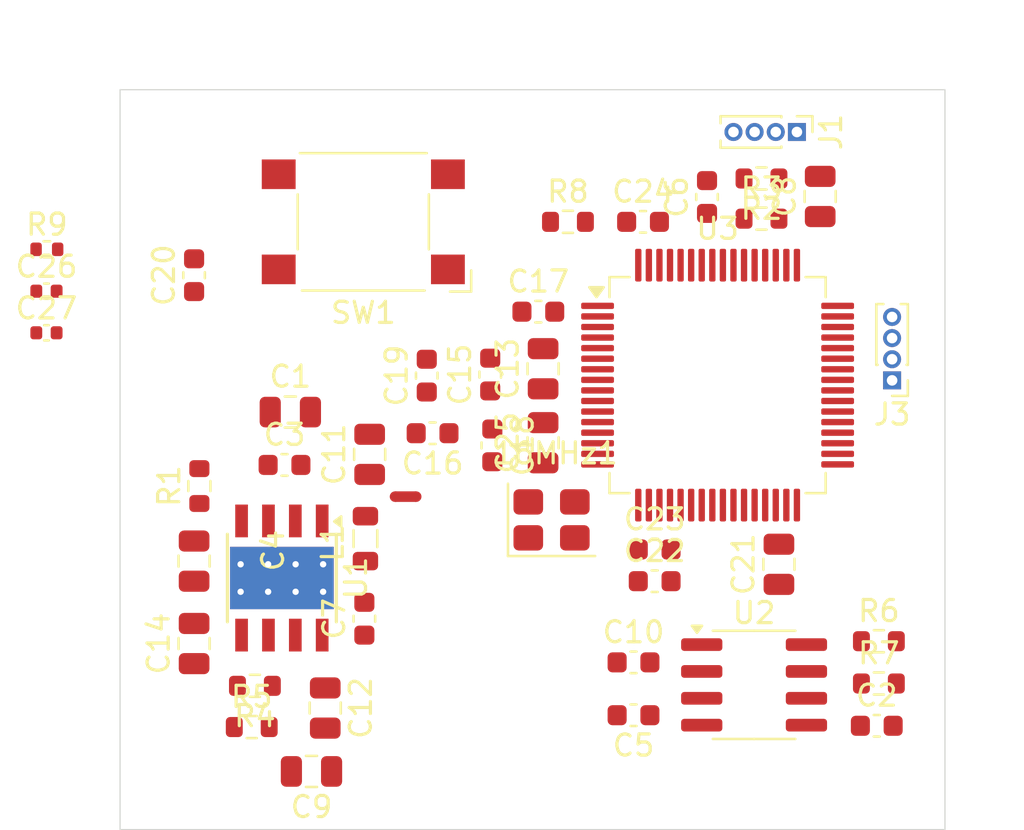
<source format=kicad_pcb>
(kicad_pcb (version 20241229) (generator "pcbnew") (generator_version "9.0")
  (layers (0 "F.Cu" signal) (4 "In1.Cu" power) (6 "In2.Cu" power) (2 "B.Cu" signal) (13 "F.Paste" user) (15 "B.Paste" user) (5 "F.SilkS" user "F.Silkscreen") (7 "B.SilkS" user "B.Silkscreen") (1 "F.Mask" user) (3 "B.Mask" user) (25 "Edge.Cuts" user))
  (net 0 "")
  (net 1 "Net-(U1-VCC)")
  (net 2 "GND")
  (net 3 "PG")
  (net 4 "Net-(U1-BOOT)")
  (net 5 "Net-(U1-SW)")
  (net 6 "+12V")
  (net 7 "Net-(U1-FB)")
  (net 8 "+3.3VA")
  (net 10 "USART1_TX")
  (net 11 "Net-(U3-NRST)")
  (net 14 "CAN1_TX")
  (net 24 "+3.3V")
  (net 26 "SCL")
  (net 32 "SDA")
  (net 34 "Net-(U3-VCAP_1)")
  (net 36 "CAN1_RX")
  (net 40 "Net-(U3-PH1)")
  (net 53 "Net-(U3-PH0)")
  (net 61 "USART1_RX")
  (net 63 "Net-(U2-SHDN)")
  (net 64 "Net-(C10-Pad1)")
  (net 65 "CANH")
  (net 66 "CANL")
  (net 67 "Net-(C26-Pad1)")
  (net 68 "/OSC_IN")
  (net 69 "/OSC_OUT")
  (footprint "Capacitor_SMD:C_0603_1608Metric" (layer "F.Cu") (at 210.775 90)
    (property "Reference" "C17" (at 0 -1.43 0) (layer "F.SilkS"))
    (property "Value" "20pF")
    (fp_line (start -0.14058 -0.51) (end 0.14058 -0.51) (stroke (width 0.12)) (layer "F.SilkS"))
    (fp_line (start -0.14058 0.51) (end 0.14058 0.51) (stroke (width 0.12)) (layer "F.SilkS"))
    (pad "1" smd roundrect (at -0.775 0) (size 0.9 0.95) (layers "F.Cu" "F.Mask" "F.Paste") (net 2 "GND"))
    (pad "2" smd roundrect (at 0.775 0) (size 0.9 0.95) (layers "F.Cu" "F.Mask" "F.Paste") (net 53 "Net-(U3-PH0)"))
  )
  (footprint "Resistor_SMD:R_0603_1608Metric" (layer "F.Cu") (at 221.325 83.7 180)
    (property "Reference" "R2" (at 0 -1.43 0) (layer "F.SilkS"))
    (property "Value" "4.7K")
    (fp_line (start -0.237258 0.5225) (end 0.237258 0.5225) (stroke (width 0.12)) (layer "F.SilkS"))
    (fp_line (start -0.237258 -0.5225) (end 0.237258 -0.5225) (stroke (width 0.12)) (layer "F.SilkS"))
    (pad "1" smd roundrect (at -0.825 0 180) (size 0.8 0.95) (layers "F.Cu" "F.Mask" "F.Paste") (net 26 "SCL"))
    (pad "2" smd roundrect (at 0.825 0 180) (size 0.8 0.95) (layers "F.Cu" "F.Mask" "F.Paste") (net 24 "+3.3V"))
  )
  (footprint "Crystal:Crystal_SMD_3225-4Pin_3.2x2.5mm" (layer "F.Cu") (at 211.4 99.85)
    (property "Reference" "16MHz1" (at 0.195 -3.15 0) (layer "F.SilkS"))
    (property "Value" "XTAL")
    (fp_line (start -2.06 -1.71) (end -2.06 1.71) (stroke (width 0.12)) (layer "F.SilkS"))
    (fp_line (start -2.06 1.71) (end 2.06 1.71) (stroke (width 0.12)) (layer "F.SilkS"))
    (pad "1" smd roundrect (at -1.1 0.85) (size 1.4 1.2) (layers "F.Cu" "F.Mask" "F.Paste") (roundrect_rratio 0.208333) (net 40 "Net-(U3-PH1)"))
    (pad "2" smd roundrect (at 1.1 0.85) (size 1.4 1.2) (layers "F.Cu" "F.Mask" "F.Paste") (roundrect_rratio 0.208333) (net 53 "Net-(U3-PH0)"))
    (pad "3" smd roundrect (at 1.1 -0.85) (size 1.4 1.2) (layers "F.Cu" "F.Mask" "F.Paste") (roundrect_rratio 0.208333))
    (pad "4" smd roundrect (at -1.1 -0.85) (size 1.4 1.2) (layers "F.Cu" "F.Mask" "F.Paste") (roundrect_rratio 0.208333))
  )
  (footprint "Resistor_SMD:R_0603_1608Metric" (layer "F.Cu") (at 197.225 109.65)
    (property "Reference" "R5" (at 0 -1.43 0) (layer "F.SilkS"))
    (property "Value" "43.3k")
    (fp_line (start -0.237258 -0.5225) (end 0.237258 -0.5225) (stroke (width 0.12)) (layer "F.SilkS"))
    (fp_line (start -0.237258 0.5225) (end 0.237258 0.5225) (stroke (width 0.12)) (layer "F.SilkS"))
    (pad "1" smd roundrect (at -0.825 0) (size 0.8 0.95) (layers "F.Cu" "F.Mask" "F.Paste") (net 7 "Net-(U1-FB)"))
    (pad "2" smd roundrect (at 0.825 0) (size 0.8 0.95) (layers "F.Cu" "F.Mask" "F.Paste") (net 2 "GND"))
  )
  (footprint "Resistor_SMD:R_0603_1608Metric" (layer "F.Cu") (at 197.375 107.7 180)
    (property "Reference" "R4" (at 0 -1.43 0) (layer "F.SilkS"))
    (property "Value" "100k")
    (fp_line (start -0.237258 0.5225) (end 0.237258 0.5225) (stroke (width 0.12)) (layer "F.SilkS"))
    (fp_line (start -0.237258 -0.5225) (end 0.237258 -0.5225) (stroke (width 0.12)) (layer "F.SilkS"))
    (pad "1" smd roundrect (at -0.825 0 180) (size 0.8 0.95) (layers "F.Cu" "F.Mask" "F.Paste") (net 24 "+3.3V"))
    (pad "2" smd roundrect (at 0.825 0 180) (size 0.8 0.95) (layers "F.Cu" "F.Mask" "F.Paste") (net 7 "Net-(U1-FB)"))
  )
  (footprint "Capacitor_SMD:C_0805_2012Metric" (layer "F.Cu") (at 194.5 101.8 -90)
    (property "Reference" "C4" (at -0.5 -3.73 90) (layer "F.SilkS"))
    (property "Value" "1u")
    (fp_line (start -0.261252 0.735) (end 0.261252 0.735) (stroke (width 0.12)) (layer "F.SilkS"))
    (fp_line (start -0.261252 -0.735) (end 0.261252 -0.735) (stroke (width 0.12)) (layer "F.SilkS"))
    (pad "1" smd roundrect (at -0.95 0 270) (size 1 1.45) (layers "F.Cu" "F.Mask" "F.Paste") (net 1 "Net-(U1-VCC)"))
    (pad "2" smd roundrect (at 0.95 0 270) (size 1 1.45) (layers "F.Cu" "F.Mask" "F.Paste") (net 2 "GND"))
  )
  (footprint "Capacitor_SMD:C_0603_1608Metric" (layer "F.Cu") (at 202.55 104.525 90)
    (property "Reference" "C7" (at 0 -1.43 90) (layer "F.SilkS"))
    (property "Value" "0.1u")
    (fp_line (start -0.14058 -0.51) (end 0.14058 -0.51) (stroke (width 0.12)) (layer "F.SilkS"))
    (fp_line (start -0.14058 0.51) (end 0.14058 0.51) (stroke (width 0.12)) (layer "F.SilkS"))
    (pad "1" smd roundrect (at -0.775 0 90) (size 0.9 0.95) (layers "F.Cu" "F.Mask" "F.Paste") (net 4 "Net-(U1-BOOT)"))
    (pad "2" smd roundrect (at 0.775 0 90) (size 0.9 0.95) (layers "F.Cu" "F.Mask" "F.Paste") (net 5 "Net-(U1-SW)"))
  )
  (footprint "NetTie:NetTie-2_SMD_Pad0.5mm" (layer "F.Cu") (at 204.5 98.75)
    (property "Reference" "NT1" (hide yes))
    (property "Value" "NetTie_2" (hide yes))
    (fp_poly (pts (xy -0.5 -0.25) (xy 0.5 -0.25) (xy 0.5 0.25) (xy -0.5 0.25)) (fill yes) (layer "F.Cu"))
    (pad "1" smd circle (at -0.5 0) (size 0.5 0.5) (layers "F.Cu") (net 24 "+3.3V"))
    (pad "2" smd circle (at 0.5 0) (size 0.5 0.5) (layers "F.Cu") (net 8 "+3.3VA"))
  )
  (footprint "Resistor_SMD:R_0603_1608Metric" (layer "F.Cu") (at 194.75 98.25 90)
    (property "Reference" "R1" (at 0 -1.43 90) (layer "F.SilkS"))
    (property "Value" "100k")
    (fp_line (start -0.237258 -0.5225) (end 0.237258 -0.5225) (stroke (width 0.12)) (layer "F.SilkS"))
    (fp_line (start -0.237258 0.5225) (end 0.237258 0.5225) (stroke (width 0.12)) (layer "F.SilkS"))
    (pad "1" smd roundrect (at -0.825 0 90) (size 0.8 0.95) (layers "F.Cu" "F.Mask" "F.Paste") (net 1 "Net-(U1-VCC)"))
    (pad "2" smd roundrect (at 0.825 0 90) (size 0.8 0.95) (layers "F.Cu" "F.Mask" "F.Paste") (net 3 "PG"))
  )
  (footprint "Capacitor_SMD:C_0603_1608Metric" (layer "F.Cu") (at 215.725 85.75)
    (property "Reference" "C24" (at 0 -1.43 0) (layer "F.SilkS"))
    (property "Value" "10n")
    (fp_line (start -0.14058 -0.51) (end 0.14058 -0.51) (stroke (width 0.12)) (layer "F.SilkS"))
    (fp_line (start -0.14058 0.51) (end 0.14058 0.51) (stroke (width 0.12)) (layer "F.SilkS"))
    (pad "1" smd roundrect (at -0.775 0) (size 0.9 0.95) (layers "F.Cu" "F.Mask" "F.Paste") (net 24 "+3.3V"))
    (pad "2" smd roundrect (at 0.775 0) (size 0.9 0.95) (layers "F.Cu" "F.Mask" "F.Paste") (net 2 "GND"))
  )
  (footprint "Resistor_SMD:R_0603_1608Metric" (layer "F.Cu") (at 226.875 107.59)
    (property "Reference" "R7" (at 0 -1.43 0) (layer "F.SilkS"))
    (property "Value" "60R")
    (fp_line (start -0.237258 -0.5225) (end 0.237258 -0.5225) (stroke (width 0.12)) (layer "F.SilkS"))
    (fp_line (start -0.237258 0.5225) (end 0.237258 0.5225) (stroke (width 0.12)) (layer "F.SilkS"))
    (pad "1" smd roundrect (at -0.825 0) (size 0.8 0.95) (layers "F.Cu" "F.Mask" "F.Paste") (net 64 "Net-(C10-Pad1)"))
    (pad "2" smd roundrect (at 0.825 0) (size 0.8 0.95) (layers "F.Cu" "F.Mask" "F.Paste") (net 66 "CANL"))
  )
  (footprint "Package_SO:SOIC-8_3.9x4.9mm_P1.27mm" (layer "F.Cu") (at 220.975 107.655)
    (property "Reference" "U2" (at 0 -3.4 0) (layer "F.SilkS"))
    (property "Value" "TCAN330")
    (fp_line (start 0 -2.56) (end -1.95 -2.56) (stroke (width 0.12)) (layer "F.SilkS"))
    (fp_line (start 0 -2.56) (end 1.95 -2.56) (stroke (width 0.12)) (layer "F.SilkS"))
    (fp_line (start 0 2.56) (end -1.95 2.56) (stroke (width 0.12)) (layer "F.SilkS"))
    (fp_line (start 0 2.56) (end 1.95 2.56) (stroke (width 0.12)) (layer "F.SilkS"))
    (fp_poly (pts (xy -2.7 -2.465) (xy -2.94 -2.795) (xy -2.46 -2.795)) (stroke (width 0.12)) (fill yes) (layer "F.SilkS"))
    (pad "1" smd roundrect (at -2.475 -1.905) (size 1.95 0.6) (layers "F.Cu" "F.Mask" "F.Paste") (net 14 "CAN1_TX"))
    (pad "2" smd roundrect (at -2.475 -0.635) (size 1.95 0.6) (layers "F.Cu" "F.Mask" "F.Paste") (net 2 "GND"))
    (pad "3" smd roundrect (at -2.475 0.635) (size 1.95 0.6) (layers "F.Cu" "F.Mask" "F.Paste") (net 24 "+3.3V"))
    (pad "4" smd roundrect (at -2.475 1.905) (size 1.95 0.6) (layers "F.Cu" "F.Mask" "F.Paste") (net 36 "CAN1_RX"))
    (pad "5" smd roundrect (at 2.475 1.905) (size 1.95 0.6) (layers "F.Cu" "F.Mask" "F.Paste") (net 63 "Net-(U2-SHDN)"))
    (pad "6" smd roundrect (at 2.475 0.635) (size 1.95 0.6) (layers "F.Cu" "F.Mask" "F.Paste") (net 66 "CANL"))
    (pad "7" smd roundrect (at 2.475 -0.635) (size 1.95 0.6) (layers "F.Cu" "F.Mask" "F.Paste") (net 65 "CANH"))
    (pad "8" smd roundrect (at 2.475 -1.905) (size 1.95 0.6) (layers "F.Cu" "F.Mask" "F.Paste") (net 2 "GND"))
  )
  (footprint "Resistor_SMD:R_0603_1608Metric" (layer "F.Cu") (at 226.875 105.59)
    (property "Reference" "R6" (at 0 -1.43 0) (layer "F.SilkS"))
    (property "Value" "60R")
    (fp_line (start -0.237258 -0.5225) (end 0.237258 -0.5225) (stroke (width 0.12)) (layer "F.SilkS"))
    (fp_line (start -0.237258 0.5225) (end 0.237258 0.5225) (stroke (width 0.12)) (layer "F.SilkS"))
    (pad "1" smd roundrect (at -0.825 0) (size 0.8 0.95) (layers "F.Cu" "F.Mask" "F.Paste") (net 65 "CANH"))
    (pad "2" smd roundrect (at 0.825 0) (size 0.8 0.95) (layers "F.Cu" "F.Mask" "F.Paste") (net 64 "Net-(C10-Pad1)"))
  )
  (footprint "Package_SO:Texas_HSOP-8-1EP_3.9x4.9mm_P1.27mm_ThermalVias" (layer "F.Cu") (at 198.65 102.6 -90)
    (property "Reference" "U1" (at 0 -3.5 90) (layer "F.SilkS"))
    (property "Value" "LMR33630BDDA")
    (fp_line (start -2.075 2.575) (end 2.075 2.575) (stroke (width 0.15)) (layer "F.SilkS"))
    (fp_line (start -2.075 -2.575) (end 2.075 -2.575) (stroke (width 0.15)) (layer "F.SilkS"))
    (fp_poly (pts (xy -2.675 -2.475) (xy -2.915 -2.805) (xy -2.435 -2.805) (xy -2.675 -2.475)) (stroke (width 0.12)) (fill yes) (layer "F.SilkS"))
    (pad "1" smd rect (at -2.7 -1.905 270) (size 1.55 0.6) (layers "F.Cu" "F.Mask" "F.Paste") (net 2 "GND"))
    (pad "2" smd rect (at -2.7 -0.635 270) (size 1.55 0.6) (layers "F.Cu" "F.Mask" "F.Paste") (net 6 "+12V"))
    (pad "3" smd rect (at -2.7 0.635 270) (size 1.55 0.6) (layers "F.Cu" "F.Mask" "F.Paste") (net 6 "+12V"))
    (pad "4" smd rect (at -2.7 1.905 270) (size 1.55 0.6) (layers "F.Cu" "F.Mask" "F.Paste") (net 3 "PG"))
    (pad "5" smd rect (at 2.7 1.905 270) (size 1.55 0.6) (layers "F.Cu" "F.Mask" "F.Paste") (net 7 "Net-(U1-FB)"))
    (pad "6" smd rect (at 2.7 0.635 270) (size 1.55 0.6) (layers "F.Cu" "F.Mask" "F.Paste") (net 1 "Net-(U1-VCC)"))
    (pad "7" smd rect (at 2.7 -0.635 270) (size 1.55 0.6) (layers "F.Cu" "F.Mask" "F.Paste") (net 4 "Net-(U1-BOOT)"))
    (pad "8" smd rect (at 2.7 -1.905 270) (size 1.55 0.6) (layers "F.Cu" "F.Mask" "F.Paste") (net 5 "Net-(U1-SW)"))
    (pad "9" thru_hole circle (at -0.65 -1.95 270) (size 0.6 0.6) (drill 0.3) (layers "*.Cu") (net 2 "GND"))
    (pad "9" thru_hole circle (at -0.65 -0.65 270) (size 0.6 0.6) (drill 0.3) (layers "*.Cu") (net 2 "GND"))
    (pad "9" thru_hole circle (at -0.65 0.65 270) (size 0.6 0.6) (drill 0.3) (layers "*.Cu") (net 2 "GND"))
    (pad "9" thru_hole circle (at -0.65 1.95 270) (size 0.6 0.6) (drill 0.3) (layers "*.Cu") (net 2 "GND"))
    (pad "9" smd rect (at 0 0 270) (size 2.95 4.9) (layers "F.Cu") (net 2 "GND"))
    (pad "9" smd rect (at 0 0 270) (size 2.95 4.9) (layers "B.Cu") (net 2 "GND"))
    (pad "9" thru_hole circle (at 0.65 -1.95 270) (size 0.6 0.6) (drill 0.3) (layers "*.Cu") (net 2 "GND"))
    (pad "9" thru_hole circle (at 0.65 -0.65 270) (size 0.6 0.6) (drill 0.3) (layers "*.Cu") (net 2 "GND"))
    (pad "9" thru_hole circle (at 0.65 0.65 270) (size 0.6 0.6) (drill 0.3) (layers "*.Cu") (net 2 "GND"))
    (pad "9" thru_hole circle (at 0.65 1.95 270) (size 0.6 0.6) (drill 0.3) (layers "*.Cu") (net 2 "GND"))
  )
  (footprint "Capacitor_SMD:C_0603_1608Metric" (layer "F.Cu") (at 226.775 109.59)
    (property "Reference" "C2" (at 0 -1.43 0) (layer "F.SilkS"))
    (property "Value" "100n")
    (fp_line (start -0.14058 -0.51) (end 0.14058 -0.51) (stroke (width 0.12)) (layer "F.SilkS"))
    (fp_line (start -0.14058 0.51) (end 0.14058 0.51) (stroke (width 0.12)) (layer "F.SilkS"))
    (pad "1" smd roundrect (at -0.775 0) (size 0.9 0.95) (layers "F.Cu" "F.Mask" "F.Paste") (net 63 "Net-(U2-SHDN)"))
    (pad "2" smd roundrect (at 0.775 0) (size 0.9 0.95) (layers "F.Cu" "F.Mask" "F.Paste") (net 2 "GND"))
  )
  (footprint "Capacitor_SMD:C_0603_1608Metric" (layer "F.Cu") (at 205.775 95.75 180)
    (property "Reference" "C16" (at 0 -1.43 0) (layer "F.SilkS"))
    (property "Value" "100n")
    (fp_line (start -0.14058 0.51) (end 0.14058 0.51) (stroke (width 0.12)) (layer "F.SilkS"))
    (fp_line (start -0.14058 -0.51) (end 0.14058 -0.51) (stroke (width 0.12)) (layer "F.SilkS"))
    (pad "1" smd roundrect (at -0.775 0 180) (size 0.9 0.95) (layers "F.Cu" "F.Mask" "F.Paste") (net 2 "GND"))
    (pad "2" smd roundrect (at 0.775 0 180) (size 0.9 0.95) (layers "F.Cu" "F.Mask" "F.Paste") (net 24 "+3.3V"))
  )
  (footprint "Resistor_SMD:R_0402_1005Metric" (layer "F.Cu") (at 187.54 87.05)
    (property "Reference" "R9" (at 0 -1.17 0) (layer "F.SilkS"))
    (property "Value" "1.3k")
    (fp_line (start -0.153641 -0.38) (end 0.153641 -0.38) (stroke (width 0.12)) (layer "F.SilkS"))
    (fp_line (start -0.153641 0.38) (end 0.153641 0.38) (stroke (width 0.12)) (layer "F.SilkS"))
    (pad "1" smd roundrect (at -0.51 0) (size 0.54 0.64) (layers "F.Cu" "F.Mask" "F.Paste") (net 69 "/OSC_OUT"))
    (pad "2" smd roundrect (at 0.51 0) (size 0.54 0.64) (layers "F.Cu" "F.Mask" "F.Paste") (net 67 "Net-(C26-Pad1)"))
  )
  (footprint "Capacitor_SMD:C_0805_2012Metric" (layer "F.Cu") (at 211 92.7 90)
    (property "Reference" "C13" (at 0 -1.68 90) (layer "F.SilkS"))
    (property "Value" "2u2")
    (fp_line (start -0.261252 -0.735) (end 0.261252 -0.735) (stroke (width 0.12)) (layer "F.SilkS"))
    (fp_line (start -0.261252 0.735) (end 0.261252 0.735) (stroke (width 0.12)) (layer "F.SilkS"))
    (pad "1" smd roundrect (at -0.95 0 90) (size 1 1.45) (layers "F.Cu" "F.Mask" "F.Paste") (net 2 "GND"))
    (pad "2" smd roundrect (at 0.95 0 90) (size 1 1.45) (layers "F.Cu" "F.Mask" "F.Paste") (net 24 "+3.3V"))
  )
  (footprint "Capacitor_SMD:C_0603_1608Metric" (layer "F.Cu") (at 205.5 93.025 90)
    (property "Reference" "C19" (at 0 -1.43 90) (layer "F.SilkS"))
    (property "Value" "100n")
    (fp_line (start -0.14058 -0.51) (end 0.14058 -0.51) (stroke (width 0.12)) (layer "F.SilkS"))
    (fp_line (start -0.14058 0.51) (end 0.14058 0.51) (stroke (width 0.12)) (layer "F.SilkS"))
    (pad "1" smd roundrect (at -0.775 0 90) (size 0.9 0.95) (layers "F.Cu" "F.Mask" "F.Paste") (net 2 "GND"))
    (pad "2" smd roundrect (at 0.775 0 90) (size 0.9 0.95) (layers "F.Cu" "F.Mask" "F.Paste") (net 24 "+3.3V"))
  )
  (footprint "Capacitor_SMD:C_0805_2012Metric" (layer "F.Cu") (at 194.5 105.7 90)
    (property "Reference" "C14" (at 0 -1.68 90) (layer "F.SilkS"))
    (property "Value" "22u")
    (fp_line (start -0.261252 -0.735) (end 0.261252 -0.735) (stroke (width 0.12)) (layer "F.SilkS"))
    (fp_line (start -0.261252 0.735) (end 0.261252 0.735) (stroke (width 0.12)) (layer "F.SilkS"))
    (pad "1" smd roundrect (at -0.95 0 90) (size 1 1.45) (layers "F.Cu" "F.Mask" "F.Paste") (net 24 "+3.3V"))
    (pad "2" smd roundrect (at 0.95 0 90) (size 1 1.45) (layers "F.Cu" "F.Mask" "F.Paste") (net 2 "GND"))
  )
  (footprint "Inductor_SMD:L_0805_2012Metric" (layer "F.Cu") (at 202.6 100.7375 90)
    (property "Reference" "L1" (at -0.205 -1.55 90) (layer "F.SilkS"))
    (property "Value" "2.2u")
    (fp_line (start -0.399622 -0.56) (end 0.399622 -0.56) (stroke (width 0.12)) (layer "F.SilkS"))
    (fp_line (start -0.399622 0.56) (end 0.399622 0.56) (stroke (width 0.12)) (layer "F.SilkS"))
    (pad "1" smd roundrect (at -1.0625 0 90) (size 0.875 1.2) (layers "F.Cu" "F.Mask" "F.Paste") (net 5 "Net-(U1-SW)"))
    (pad "2" smd roundrect (at 1.0625 0 90) (size 0.875 1.2) (layers "F.Cu" "F.Mask" "F.Paste") (net 24 "+3.3V"))
  )
  (footprint "Capacitor_SMD:C_0603_1608Metric" (layer "F.Cu") (at 218.75 84.575 90)
    (property "Reference" "C6" (at 0 -1.43 90) (layer "F.SilkS"))
    (property "Value" "100n")
    (fp_line (start -0.14058 -0.51) (end 0.14058 -0.51) (stroke (width 0.12)) (layer "F.SilkS"))
    (fp_line (start -0.14058 0.51) (end 0.14058 0.51) (stroke (width 0.12)) (layer "F.SilkS"))
    (pad "1" smd roundrect (at -0.775 0 90) (size 0.9 0.95) (layers "F.Cu" "F.Mask" "F.Paste") (net 24 "+3.3V"))
    (pad "2" smd roundrect (at 0.775 0 90) (size 0.9 0.95) (layers "F.Cu" "F.Mask" "F.Paste") (net 2 "GND"))
  )
  (footprint "Capacitor_SMD:C_0805_2012Metric" (layer "F.Cu") (at 211 96.2 90)
    (property "Reference" "C25" (at 0 -1.68 90) (layer "F.SilkS"))
    (property "Value" "1u")
    (fp_line (start -0.261252 -0.735) (end 0.261252 -0.735) (stroke (width 0.12)) (layer "F.SilkS"))
    (fp_line (start -0.261252 0.735) (end 0.261252 0.735) (stroke (width 0.12)) (layer "F.SilkS"))
    (pad "1" smd roundrect (at -0.95 0 90) (size 1 1.45) (layers "F.Cu" "F.Mask" "F.Paste") (net 8 "+3.3VA"))
    (pad "2" smd roundrect (at 0.95 0 90) (size 1 1.45) (layers "F.Cu" "F.Mask" "F.Paste") (net 2 "GND"))
  )
  (footprint "Button_Switch_SMD:SW_SPST_Omron_B3FS-100xP" (layer "F.Cu") (at 202.5 85.75 180)
    (property "Reference" "SW1" (at 0 -4.3 0) (layer "F.SilkS"))
    (property "Value" "SW_Push")
    (fp_line (start 3.1 -1.3) (end 3.1 1.3) (stroke (width 0.12)) (layer "F.SilkS"))
    (fp_line (start 3 3.25) (end -3 3.25) (stroke (width 0.12)) (layer "F.SilkS"))
    (fp_line (start 2.9 -3.25) (end -2.9 -3.25) (stroke (width 0.12)) (layer "F.SilkS"))
    (fp_line (start -3.1 -1.3) (end -3.1 1.3) (stroke (width 0.12)) (layer "F.SilkS"))
    (fp_line (start -5.1 -2.3) (end -5.1 -3.3) (stroke (width 0.12)) (layer "F.SilkS"))
    (fp_line (start -5.1 -3.3) (end -4.1 -3.3) (stroke (width 0.12)) (layer "F.SilkS"))
    (pad "1" smd rect (at -4 -2.25) (size 1.6 1.4) (layers "F.Cu" "F.Mask" "F.Paste") (net 2 "GND"))
    (pad "1" smd rect (at 4 -2.25) (size 1.6 1.4) (layers "F.Cu" "F.Mask" "F.Paste") (net 2 "GND"))
    (pad "2" smd rect (at -4 2.25) (size 1.6 1.4) (layers "F.Cu" "F.Mask" "F.Paste") (net 11 "Net-(U3-NRST)"))
    (pad "2" smd rect (at 4 2.25) (size 1.6 1.4) (layers "F.Cu" "F.Mask" "F.Paste") (net 11 "Net-(U3-NRST)"))
  )
  (footprint "Resistor_SMD:R_0603_1608Metric" (layer "F.Cu") (at 221.325 85.6)
    (property "Reference" "R3" (at 0 -1.43 0) (layer "F.SilkS"))
    (property "Value" "4.7K")
    (fp_line (start -0.237258 -0.5225) (end 0.237258 -0.5225) (stroke (width 0.12)) (layer "F.SilkS"))
    (fp_line (start -0.237258 0.5225) (end 0.237258 0.5225) (stroke (width 0.12)) (layer "F.SilkS"))
    (pad "1" smd roundrect (at -0.825 0) (size 0.8 0.95) (layers "F.Cu" "F.Mask" "F.Paste") (net 24 "+3.3V"))
    (pad "2" smd roundrect (at 0.825 0) (size 0.8 0.95) (layers "F.Cu" "F.Mask" "F.Paste") (net 32 "SDA"))
  )
  (footprint "Capacitor_SMD:C_0402_1005Metric" (layer "F.Cu") (at 187.52 91)
    (property "Reference" "C27" (at 0 -1.16 0) (layer "F.SilkS"))
    (property "Value" "4.7pF")
    (fp_line (start -0.107836 -0.36) (end 0.107836 -0.36) (stroke (width 0.12)) (layer "F.SilkS"))
    (fp_line (start -0.107836 0.36) (end 0.107836 0.36) (stroke (width 0.12)) (layer "F.SilkS"))
    (pad "1" smd roundrect (at -0.48 0) (size 0.56 0.62) (layers "F.Cu" "F.Mask" "F.Paste") (net 68 "/OSC_IN"))
    (pad "2" smd roundrect (at 0.48 0) (size 0.56 0.62) (layers "F.Cu" "F.Mask" "F.Paste") (net 2 "GND"))
  )
  (footprint "Capacitor_SMD:C_0603_1608Metric" (layer "F.Cu") (at 216.275 102.75)
    (property "Reference" "C22" (at 0 -1.43 0) (layer "F.SilkS"))
    (property "Value" "100n")
    (fp_line (start -0.14058 -0.51) (end 0.14058 -0.51) (stroke (width 0.12)) (layer "F.SilkS"))
    (fp_line (start -0.14058 0.51) (end 0.14058 0.51) (stroke (width 0.12)) (layer "F.SilkS"))
    (pad "1" smd roundrect (at -0.775 0) (size 0.9 0.95) (layers "F.Cu" "F.Mask" "F.Paste") (net 2 "GND"))
    (pad "2" smd roundrect (at 0.775 0) (size 0.9 0.95) (layers "F.Cu" "F.Mask" "F.Paste") (net 24 "+3.3V"))
  )
  (footprint "Capacitor_SMD:C_0805_2012Metric" (layer "F.Cu") (at 200.7 108.75 -90)
    (property "Reference" "C12" (at 0 -1.68 90) (layer "F.SilkS"))
    (property "Value" "22u")
    (fp_line (start -0.261252 0.735) (end 0.261252 0.735) (stroke (width 0.12)) (layer "F.SilkS"))
    (fp_line (start -0.261252 -0.735) (end 0.261252 -0.735) (stroke (width 0.12)) (layer "F.SilkS"))
    (pad "1" smd roundrect (at -0.95 0 270) (size 1 1.45) (layers "F.Cu" "F.Mask" "F.Paste") (net 24 "+3.3V"))
    (pad "2" smd roundrect (at 0.95 0 270) (size 1 1.45) (layers "F.Cu" "F.Mask" "F.Paste") (net 2 "GND"))
  )
  (footprint "Capacitor_SMD:C_0603_1608Metric" (layer "F.Cu") (at 198.775 97.25)
    (property "Reference" "C3" (at 0 -1.43 0) (layer "F.SilkS"))
    (property "Value" "220n")
    (fp_line (start -0.14058 -0.51) (end 0.14058 -0.51) (stroke (width 0.12)) (layer "F.SilkS"))
    (fp_line (start -0.14058 0.51) (end 0.14058 0.51) (stroke (width 0.12)) (layer "F.SilkS"))
    (pad "1" smd roundrect (at -0.775 0) (size 0.9 0.95) (layers "F.Cu" "F.Mask" "F.Paste") (net 6 "+12V"))
    (pad "2" smd roundrect (at 0.775 0) (size 0.9 0.95) (layers "F.Cu" "F.Mask" "F.Paste") (net 2 "GND"))
  )
  (footprint "Capacitor_SMD:C_0805_2012Metric" (layer "F.Cu") (at 199.05 94.75)
    (property "Reference" "C1" (at 0 -1.68 0) (layer "F.SilkS"))
    (property "Value" "10u")
    (fp_line (start -0.261252 -0.735) (end 0.261252 -0.735) (stroke (width 0.12)) (layer "F.SilkS"))
    (fp_line (start -0.261252 0.735) (end 0.261252 0.735) (stroke (width 0.12)) (layer "F.SilkS"))
    (pad "1" smd roundrect (at -0.95 0) (size 1 1.45) (layers "F.Cu" "F.Mask" "F.Paste") (net 6 "+12V"))
    (pad "2" smd roundrect (at 0.95 0) (size 1 1.45) (layers "F.Cu" "F.Mask" "F.Paste") (net 2 "GND"))
  )
  (footprint "Capacitor_SMD:C_0603_1608Metric" (layer "F.Cu") (at 215.275 109.09 180)
    (property "Reference" "C5" (at 0 -1.43 0) (layer "F.SilkS"))
    (property "Value" "100n")
    (fp_line (start -0.14058 0.51) (end 0.14058 0.51) (stroke (width 0.12)) (layer "F.SilkS"))
    (fp_line (start -0.14058 -0.51) (end 0.14058 -0.51) (stroke (width 0.12)) (layer "F.SilkS"))
    (pad "1" smd roundrect (at -0.775 0 180) (size 0.9 0.95) (layers "F.Cu" "F.Mask" "F.Paste") (net 24 "+3.3V"))
    (pad "2" smd roundrect (at 0.775 0 180) (size 0.9 0.95) (layers "F.Cu" "F.Mask" "F.Paste") (net 2 "GND"))
  )
  (footprint "Capacitor_SMD:C_0805_2012Metric" (layer "F.Cu") (at 222.15 101.95 90)
    (property "Reference" "C21" (at 0 -1.68 90) (layer "F.SilkS"))
    (property "Value" "4.7u")
    (fp_line (start -0.261252 -0.735) (end 0.261252 -0.735) (stroke (width 0.12)) (layer "F.SilkS"))
    (fp_line (start -0.261252 0.735) (end 0.261252 0.735) (stroke (width 0.12)) (layer "F.SilkS"))
    (pad "1" smd roundrect (at -0.95 0 90) (size 1 1.45) (layers "F.Cu" "F.Mask" "F.Paste") (net 2 "GND"))
    (pad "2" smd roundrect (at 0.95 0 90) (size 1 1.45) (layers "F.Cu" "F.Mask" "F.Paste") (net 34 "Net-(U3-VCAP_1)"))
  )
  (footprint "Capacitor_SMD:C_0603_1608Metric" (layer "F.Cu") (at 208.6 96.325 -90)
    (property "Reference" "C18" (at 0 -1.43 90) (layer "F.SilkS"))
    (property "Value" "20pF")
    (fp_line (start -0.14058 0.51) (end 0.14058 0.51) (stroke (width 0.12)) (layer "F.SilkS"))
    (fp_line (start -0.14058 -0.51) (end 0.14058 -0.51) (stroke (width 0.12)) (layer "F.SilkS"))
    (pad "1" smd roundrect (at -0.775 0 270) (size 0.9 0.95) (layers "F.Cu" "F.Mask" "F.Paste") (net 2 "GND"))
    (pad "2" smd roundrect (at 0.775 0 270) (size 0.9 0.95) (layers "F.Cu" "F.Mask" "F.Paste") (net 40 "Net-(U3-PH1)"))
  )
  (footprint "Capacitor_SMD:C_0603_1608Metric" (layer "F.Cu") (at 216.275 101.25)
    (property "Reference" "C23" (at 0 -1.43 0) (layer "F.SilkS"))
    (property "Value" "100n")
    (fp_line (start -0.14058 -0.51) (end 0.14058 -0.51) (stroke (width 0.12)) (layer "F.SilkS"))
    (fp_line (start -0.14058 0.51) (end 0.14058 0.51) (stroke (width 0.12)) (layer "F.SilkS"))
    (pad "1" smd roundrect (at -0.775 0) (size 0.9 0.95) (layers "F.Cu" "F.Mask" "F.Paste") (net 2 "GND"))
    (pad "2" smd roundrect (at 0.775 0) (size 0.9 0.95) (layers "F.Cu" "F.Mask" "F.Paste") (net 24 "+3.3V"))
  )
  (footprint "Capacitor_SMD:C_0603_1608Metric" (layer "F.Cu") (at 208.5 92.975 90)
    (property "Reference" "C15" (at 0 -1.43 90) (layer "F.SilkS"))
    (property "Value" "100n")
    (fp_line (start -0.14058 -0.51) (end 0.14058 -0.51) (stroke (width 0.12)) (layer "F.SilkS"))
    (fp_line (start -0.14058 0.51) (end 0.14058 0.51) (stroke (width 0.12)) (layer "F.SilkS"))
    (pad "1" smd roundrect (at -0.775 0 90) (size 0.9 0.95) (layers "F.Cu" "F.Mask" "F.Paste") (net 2 "GND"))
    (pad "2" smd roundrect (at 0.775 0 90) (size 0.9 0.95) (layers "F.Cu" "F.Mask" "F.Paste") (net 24 "+3.3V"))
  )
  (footprint "Capacitor_SMD:C_0402_1005Metric" (layer "F.Cu") (at 187.52 89.03)
    (property "Reference" "C26" (at 0 -1.16 0) (layer "F.SilkS"))
    (property "Value" "4.7pF")
    (fp_line (start -0.107836 -0.36) (end 0.107836 -0.36) (stroke (width 0.12)) (layer "F.SilkS"))
    (fp_line (start -0.107836 0.36) (end 0.107836 0.36) (stroke (width 0.12)) (layer "F.SilkS"))
    (pad "1" smd roundrect (at -0.48 0) (size 0.56 0.62) (layers "F.Cu" "F.Mask" "F.Paste") (net 67 "Net-(C26-Pad1)"))
    (pad "2" smd roundrect (at 0.48 0) (size 0.56 0.62) (layers "F.Cu" "F.Mask" "F.Paste") (net 2 "GND"))
  )
  (footprint "Resistor_SMD:R_0603_1608Metric" (layer "F.Cu") (at 212.175 85.75)
    (property "Reference" "R8" (at 0 -1.43 0) (layer "F.SilkS"))
    (property "Value" "10k")
    (fp_line (start -0.237258 -0.5225) (end 0.237258 -0.5225) (stroke (width 0.12)) (layer "F.SilkS"))
    (fp_line (start -0.237258 0.5225) (end 0.237258 0.5225) (stroke (width 0.12)) (layer "F.SilkS"))
    (pad "1" smd roundrect (at -0.825 0) (size 0.8 0.95) (layers "F.Cu" "F.Mask" "F.Paste") (net 24 "+3.3V"))
    (pad "2" smd roundrect (at 0.825 0) (size 0.8 0.95) (layers "F.Cu" "F.Mask" "F.Paste") (net 11 "Net-(U3-NRST)"))
  )
  (footprint "Package_QFP:LQFP-64_10x10mm_P0.5mm" (layer "F.Cu") (at 219.25 93.475)
    (property "Reference" "U3" (at 0 -7.4 0) (layer "F.SilkS"))
    (property "Value" "STM32F446RETx")
    (fp_line (start -5.11 -5.11) (end -5.11 -4.16) (stroke (width 0.12)) (layer "F.SilkS"))
    (fp_line (start -5.11 5.11) (end -5.11 4.16) (stroke (width 0.12)) (layer "F.SilkS"))
    (fp_line (start -4.16 -5.11) (end -5.11 -5.11) (stroke (width 0.12)) (layer "F.SilkS"))
    (fp_line (start -4.16 5.11) (end -5.11 5.11) (stroke (width 0.12)) (layer "F.SilkS"))
    (fp_line (start 4.16 -5.11) (end 5.11 -5.11) (stroke (width 0.12)) (layer "F.SilkS"))
    (fp_line (start 4.16 5.11) (end 5.11 5.11) (stroke (width 0.12)) (layer "F.SilkS"))
    (fp_line (start 5.11 -5.11) (end 5.11 -4.16) (stroke (width 0.12)) (layer "F.SilkS"))
    (fp_line (start 5.11 5.11) (end 5.11 4.16) (stroke (width 0.12)) (layer "F.SilkS"))
    (fp_poly (pts (xy -5.725 -4.16) (xy -6.065 -4.63) (xy -5.385 -4.63)) (stroke (width 0.12)) (fill yes) (layer "F.SilkS"))
    (pad "1" smd roundrect (at -5.675 -3.75) (size 1.55 0.3) (layers "F.Cu" "F.Mask" "F.Paste") (net 24 "+3.3V"))
    (pad "2" smd roundrect (at -5.675 -3.25) (size 1.55 0.3) (layers "F.Cu" "F.Mask" "F.Paste"))
    (pad "3" smd roundrect (at -5.675 -2.75) (size 1.55 0.3) (layers "F.Cu" "F.Mask" "F.Paste"))
    (pad "4" smd roundrect (at -5.675 -2.25) (size 1.55 0.3) (layers "F.Cu" "F.Mask" "F.Paste"))
    (pad "5" smd roundrect (at -5.675 -1.75) (size 1.55 0.3) (layers "F.Cu" "F.Mask" "F.Paste") (net 68 "/OSC_IN"))
    (pad "6" smd roundrect (at -5.675 -1.25) (size 1.55 0.3) (layers "F.Cu" "F.Mask" "F.Paste") (net 69 "/OSC_OUT"))
    (pad "7" smd roundrect (at -5.675 -0.75) (size 1.55 0.3) (layers "F.Cu" "F.Mask" "F.Paste") (net 11 "Net-(U3-NRST)"))
    (pad "8" smd roundrect (at -5.675 -0.25) (size 1.55 0.3) (layers "F.Cu" "F.Mask" "F.Paste"))
    (pad "9" smd roundrect (at -5.675 0.25) (size 1.55 0.3) (layers "F.Cu" "F.Mask" "F.Paste"))
    (pad "10" smd roundrect (at -5.675 0.75) (size 1.55 0.3) (layers "F.Cu" "F.Mask" "F.Paste"))
    (pad "11" smd roundrect (at -5.675 1.25) (size 1.55 0.3) (layers "F.Cu" "F.Mask" "F.Paste"))
    (pad "12" smd roundrect (at -5.675 1.75) (size 1.55 0.3) (layers "F.Cu" "F.Mask" "F.Paste") (net 2 "GND"))
    (pad "13" smd roundrect (at -5.675 2.25) (size 1.55 0.3) (layers "F.Cu" "F.Mask" "F.Paste") (net 8 "+3.3VA"))
    (pad "14" smd roundrect (at -5.675 2.75) (size 1.55 0.3) (layers "F.Cu" "F.Mask" "F.Paste"))
    (pad "15" smd roundrect (at -5.675 3.25) (size 1.55 0.3) (layers "F.Cu" "F.Mask" "F.Paste"))
    (pad "16" smd roundrect (at -5.675 3.75) (size 1.55 0.3) (layers "F.Cu" "F.Mask" "F.Paste"))
    (pad "17" smd roundrect (at -3.75 5.675) (size 0.3 1.55) (layers "F.Cu" "F.Mask" "F.Paste"))
    (pad "18" smd roundrect (at -3.25 5.675) (size 0.3 1.55) (layers "F.Cu" "F.Mask" "F.Paste") (net 2 "GND"))
    (pad "19" smd roundrect (at -2.75 5.675) (size 0.3 1.55) (layers "F.Cu" "F.Mask" "F.Paste") (net 24 "+3.3V"))
    (pad "20" smd roundrect (at -2.25 5.675) (size 0.3 1.55) (layers "F.Cu" "F.Mask" "F.Paste"))
    (pad "21" smd roundrect (at -1.75 5.675) (size 0.3 1.55) (layers "F.Cu" "F.Mask" "F.Paste"))
    (pad "22" smd roundrect (at -1.25 5.675) (size 0.3 1.55) (layers "F.Cu" "F.Mask" "F.Paste"))
    (pad "23" smd roundrect (at -0.75 5.675) (size 0.3 1.55) (layers "F.Cu" "F.Mask" "F.Paste"))
    (pad "24" smd roundrect (at -0.25 5.675) (size 0.3 1.55) (layers "F.Cu" "F.Mask" "F.Paste"))
    (pad "25" smd roundrect (at 0.25 5.675) (size 0.3 1.55) (layers "F.Cu" "F.Mask" "F.Paste"))
    (pad "26" smd roundrect (at 0.75 5.675) (size 0.3 1.55) (layers "F.Cu" "F.Mask" "F.Paste"))
    (pad "27" smd roundrect (at 1.25 5.675) (size 0.3 1.55) (layers "F.Cu" "F.Mask" "F.Paste"))
    (pad "28" smd roundrect (at 1.75 5.675) (size 0.3 1.55) (layers "F.Cu" "F.Mask" "F.Paste"))
    (pad "29" smd roundrect (at 2.25 5.675) (size 0.3 1.55) (layers "F.Cu" "F.Mask" "F.Paste"))
    (pad "30" smd roundrect (at 2.75 5.675) (size 0.3 1.55) (layers "F.Cu" "F.Mask" "F.Paste") (net 34 "Net-(U3-VCAP_1)"))
    (pad "31" smd roundrect (at 3.25 5.675) (size 0.3 1.55) (layers "F.Cu" "F.Mask" "F.Paste") (net 2 "GND"))
    (pad "32" smd roundrect (at 3.75 5.675) (size 0.3 1.55) (layers "F.Cu" "F.Mask" "F.Paste") (net 24 "+3.3V"))
    (pad "33" smd roundrect (at 5.675 3.75) (size 1.55 0.3) (layers "F.Cu" "F.Mask" "F.Paste"))
    (pad "34" smd roundrect (at 5.675 3.25) (size 1.55 0.3) (layers "F.Cu" "F.Mask" "F.Paste"))
    (pad "35" smd roundrect (at 5.675 2.75) (size 1.55 0.3) (layers "F.Cu" "F.Mask" "F.Paste"))
    (pad "36" smd roundrect (at 5.675 2.25) (size 1.55 0.3) (layers "F.Cu" "F.Mask" "F.Paste"))
    (pad "37" smd roundrect (at 5.675 1.75) (size 1.55 0.3) (layers "F.Cu" "F.Mask" "F.Paste"))
    (pad "38" smd roundrect (at 5.675 1.25) (size 1.55 0.3) (layers "F.Cu" "F.Mask" "F.Paste"))
    (pad "39" smd roundrect (at 5.675 0.75) (size 1.55 0.3) (layers "F.Cu" "F.Mask" "F.Paste"))
    (pad "40" smd roundrect (at 5.675 0.25) (size 1.55 0.3) (layers "F.Cu" "F.Mask" "F.Paste"))
    (pad "41" smd roundrect (at 5.675 -0.25) (size 1.55 0.3) (layers "F.Cu" "F.Mask" "F.Paste"))
    (pad "42" smd roundrect (at 5.675 -0.75) (size 1.55 0.3) (layers "F.Cu" "F.Mask" "F.Paste") (net 10 "USART1_TX"))
    (pad "43" smd roundrect (at 5.675 -1.25) (size 1.55 0.3) (layers "F.Cu" "F.Mask" "F.Paste") (net 61 "USART1_RX"))
    (pad "44" smd roundrect (at 5.675 -1.75) (size 1.55 0.3) (layers "F.Cu" "F.Mask" "F.Paste") (net 36 "CAN1_RX"))
    (pad "45" smd roundrect (at 5.675 -2.25) (size 1.55 0.3) (layers "F.Cu" "F.Mask" "F.Paste") (net 14 "CAN1_TX"))
    (pad "46" smd roundrect (at 5.675 -2.75) (size 1.55 0.3) (layers "F.Cu" "F.Mask" "F.Paste"))
    (pad "47" smd roundrect (at 5.675 -3.25) (size 1.55 0.3) (layers "F.Cu" "F.Mask" "F.Paste") (net 2 "GND"))
    (pad "48" smd roundrect (at 5.675 -3.75) (size 1.55 0.3) (layers "F.Cu" "F.Mask" "F.Paste") (net 24 "+3.3V"))
    (pad "49" smd roundrect (at 3.75 -5.675) (size 0.3 1.55) (layers "F.Cu" "F.Mask" "F.Paste"))
    (pad "50" smd roundrect (at 3.25 -5.675) (size 0.3 1.55) (layers "F.Cu" "F.Mask" "F.Paste"))
    (pad "51" smd roundrect (at 2.75 -5.675) (size 0.3 1.55) (layers "F.Cu" "F.Mask" "F.Paste"))
    (pad "52" smd roundrect (at 2.25 -5.675) (size 0.3 1.55) (layers "F.Cu" "F.Mask" "F.Paste"))
    (pad "53" smd roundrect (at 1.75 -5.675) (size 0.3 1.55) (layers "F.Cu" "F.Mask" "F.Paste"))
    (pad "54" smd roundrect (at 1.25 -5.675) (size 0.3 1.55) (layers "F.Cu" "F.Mask" "F.Paste"))
    (pad "55" smd roundrect (at 0.75 -5.675) (size 0.3 1.55) (layers "F.Cu" "F.Mask" "F.Paste"))
    (pad "56" smd roundrect (at 0.25 -5.675) (size 0.3 1.55) (layers "F.Cu" "F.Mask" "F.Paste"))
    (pad "57" smd roundrect (at -0.25 -5.675) (size 0.3 1.55) (layers "F.Cu" "F.Mask" "F.Paste"))
    (pad "58" smd roundrect (at -0.75 -5.675) (size 0.3 1.55) (layers "F.Cu" "F.Mask" "F.Paste") (net 26 "SCL"))
    (pad "59" smd roundrect (at -1.25 -5.675) (size 0.3 1.55) (layers "F.Cu" "F.Mask" "F.Paste") (net 32 "SDA"))
    (pad "60" smd roundrect (at -1.75 -5.675) (size 0.3 1.55) (layers "F.Cu" "F.Mask" "F.Paste"))
    (pad "61" smd roundrect (at -2.25 -5.675) (size 0.3 1.55) (layers "F.Cu" "F.Mask" "F.Paste"))
    (pad "62" smd roundrect (at -2.75 -5.675) (size 0.3 1.55) (layers "F.Cu" "F.Mask" "F.Paste"))
    (pad "63" smd roundrect (at -3.25 -5.675) (size 0.3 1.55) (layers "F.Cu" "F.Mask" "F.Paste") (net 2 "GND"))
    (pad "64" smd roundrect (at -3.75 -5.675) (size 0.3 1.55) (layers "F.Cu" "F.Mask" "F.Paste") (net 24 "+3.3V"))
  )
  (footprint "Connector_PinHeader_1.00mm:PinHeader_1x04_P1.00mm_Vertical" (layer "F.Cu") (at 223 81.5 -90)
    (property "Reference" "J1" (at 0 -1.61 90) (layer "F.SilkS"))
    (property "Value" "Conn_01x04_Pin")
    (fp_line (start -0.745 3.61) (end -0.41003 3.61) (stroke (width 0.12)) (layer "F.SilkS"))
    (fp_line (start 0.41003 3.61) (end 0.745 3.61) (stroke (width 0.12)) (layer "F.SilkS"))
    (fp_line (start -0.745 0.735) (end -0.745 3.61) (stroke (width 0.12)) (layer "F.SilkS"))
    (fp_line (start -0.745 0.735) (end -0.685565 0.735) (stroke (width 0.12)) (layer "F.SilkS"))
    (fp_line (start 0.685565 0.735) (end 0.745 0.735) (stroke (width 0.12)) (layer "F.SilkS"))
    (fp_line (start 0.745 0.735) (end 0.745 3.61) (stroke (width 0.12)) (layer "F.SilkS"))
    (fp_line (start -0.745 0) (end -0.745 -0.735) (stroke (width 0.12)) (layer "F.SilkS"))
    (fp_line (start -0.745 -0.735) (end 0 -0.735) (stroke (width 0.12)) (layer "F.SilkS"))
    (pad "1" thru_hole rect (at 0 0 270) (size 0.85 0.85) (drill 0.5) (layers "*.Cu" "*.Mask") (net 32 "SDA"))
    (pad "2" thru_hole circle (at 0 1 270) (size 0.85 0.85) (drill 0.5) (layers "*.Cu" "*.Mask") (net 26 "SCL"))
    (pad "3" thru_hole circle (at 0 2 270) (size 0.85 0.85) (drill 0.5) (layers "*.Cu" "*.Mask") (net 24 "+3.3V"))
    (pad "4" thru_hole circle (at 0 3 270) (size 0.85 0.85) (drill 0.5) (layers "*.Cu" "*.Mask") (net 2 "GND"))
  )
  (footprint "Capacitor_SMD:C_0805_2012Metric" (layer "F.Cu") (at 200.05 111.75 180)
    (property "Reference" "C9" (at 0 -1.68 0) (layer "F.SilkS"))
    (property "Value" "22u")
    (fp_line (start -0.261252 0.735) (end 0.261252 0.735) (stroke (width 0.12)) (layer "F.SilkS"))
    (fp_line (start -0.261252 -0.735) (end 0.261252 -0.735) (stroke (width 0.12)) (layer "F.SilkS"))
    (pad "1" smd roundrect (at -0.95 0 180) (size 1 1.45) (layers "F.Cu" "F.Mask" "F.Paste") (net 24 "+3.3V"))
    (pad "2" smd roundrect (at 0.95 0 180) (size 1 1.45) (layers "F.Cu" "F.Mask" "F.Paste") (net 2 "GND"))
  )
  (footprint "Connector_PinHeader_1.00mm:PinHeader_1x04_P1.00mm_Vertical" (layer "F.Cu") (at 227.5 93.25 180)
    (property "Reference" "J3" (at 0 -1.61 0) (layer "F.SilkS"))
    (property "Value" "Conn_01x04_Pin")
    (fp_line (start 0.745 0.735) (end 0.745 3.61) (stroke (width 0.12)) (layer "F.SilkS"))
    (fp_line (start 0.685565 0.735) (end 0.745 0.735) (stroke (width 0.12)) (layer "F.SilkS"))
    (fp_line (start 0.41003 3.61) (end 0.745 3.61) (stroke (width 0.12)) (layer "F.SilkS"))
    (fp_line (start -0.745 3.61) (end -0.41003 3.61) (stroke (width 0.12)) (layer "F.SilkS"))
    (fp_line (start -0.745 0.735) (end -0.685565 0.735) (stroke (width 0.12)) (layer "F.SilkS"))
    (fp_line (start -0.745 0.735) (end -0.745 3.61) (stroke (width 0.12)) (layer "F.SilkS"))
    (fp_line (start -0.745 0) (end -0.745 -0.735) (stroke (width 0.12)) (layer "F.SilkS"))
    (fp_line (start -0.745 -0.735) (end 0 -0.735) (stroke (width 0.12)) (layer "F.SilkS"))
    (pad "1" thru_hole rect (at 0 0 180) (size 0.85 0.85) (drill 0.5) (layers "*.Cu" "*.Mask") (net 24 "+3.3V"))
    (pad "2" thru_hole circle (at 0 1 180) (size 0.85 0.85) (drill 0.5) (layers "*.Cu" "*.Mask") (net 10 "USART1_TX"))
    (pad "3" thru_hole circle (at 0 2 180) (size 0.85 0.85) (drill 0.5) (layers "*.Cu" "*.Mask") (net 61 "USART1_RX"))
    (pad "4" thru_hole circle (at 0 3 180) (size 0.85 0.85) (drill 0.5) (layers "*.Cu" "*.Mask") (net 2 "GND"))
  )
  (footprint "Capacitor_SMD:C_0603_1608Metric" (layer "F.Cu") (at 194.5 88.275 90)
    (property "Reference" "C20" (at 0 -1.43 90) (layer "F.SilkS"))
    (property "Value" "100n")
    (fp_line (start -0.14058 -0.51) (end 0.14058 -0.51) (stroke (width 0.12)) (layer "F.SilkS"))
    (fp_line (start -0.14058 0.51) (end 0.14058 0.51) (stroke (width 0.12)) (layer "F.SilkS"))
    (pad "1" smd roundrect (at -0.775 0 90) (size 0.9 0.95) (layers "F.Cu" "F.Mask" "F.Paste") (net 2 "GND"))
    (pad "2" smd roundrect (at 0.775 0 90) (size 0.9 0.95) (layers "F.Cu" "F.Mask" "F.Paste") (net 11 "Net-(U3-NRST)"))
  )
  (footprint "Capacitor_SMD:C_0805_2012Metric" (layer "F.Cu") (at 202.8 96.75 90)
    (property "Reference" "C11" (at 0 -1.68 90) (layer "F.SilkS"))
    (property "Value" "22u")
    (fp_line (start -0.261252 -0.735) (end 0.261252 -0.735) (stroke (width 0.12)) (layer "F.SilkS"))
    (fp_line (start -0.261252 0.735) (end 0.261252 0.735) (stroke (width 0.12)) (layer "F.SilkS"))
    (pad "1" smd roundrect (at -0.95 0 90) (size 1 1.45) (layers "F.Cu" "F.Mask" "F.Paste") (net 24 "+3.3V"))
    (pad "2" smd roundrect (at 0.95 0 90) (size 1 1.45) (layers "F.Cu" "F.Mask" "F.Paste") (net 2 "GND"))
  )
  (footprint "Capacitor_SMD:C_0805_2012Metric" (layer "F.Cu") (at 224.1 84.55 90)
    (property "Reference" "C8" (at 0 -1.68 90) (layer "F.SilkS"))
    (property "Value" "10u")
    (fp_line (start -0.261252 -0.735) (end 0.261252 -0.735) (stroke (width 0.12)) (layer "F.SilkS"))
    (fp_line (start -0.261252 0.735) (end 0.261252 0.735) (stroke (width 0.12)) (layer "F.SilkS"))
    (pad "1" smd roundrect (at -0.95 0 90) (size 1 1.45) (layers "F.Cu" "F.Mask" "F.Paste") (net 24 "+3.3V"))
    (pad "2" smd roundrect (at 0.95 0 90) (size 1 1.45) (layers "F.Cu" "F.Mask" "F.Paste") (net 2 "GND"))
  )
  (footprint "Capacitor_SMD:C_0603_1608Metric" (layer "F.Cu") (at 215.275 106.59)
    (property "Reference" "C10" (at 0 -1.43 0) (layer "F.SilkS"))
    (property "Value" "4.7n")
    (fp_line (start -0.14058 -0.51) (end 0.14058 -0.51) (stroke (width 0.12)) (layer "F.SilkS"))
    (fp_line (start -0.14058 0.51) (end 0.14058 0.51) (stroke (width 0.12)) (layer "F.SilkS"))
    (pad "1" smd roundrect (at -0.775 0) (size 0.9 0.95) (layers "F.Cu" "F.Mask" "F.Paste") (net 64 "Net-(C10-Pad1)"))
    (pad "2" smd roundrect (at 0.775 0) (size 0.9 0.95) (layers "F.Cu" "F.Mask" "F.Paste") (net 2 "GND"))
  )
  (gr_line (start 191 79.5) (end 191 114.5) (stroke (width 0.05)) (layer "Edge.Cuts"))
  (gr_line (start 230 79.5) (end 191 79.5) (stroke (width 0.05)) (layer "Edge.Cuts"))
  (gr_line (start 230 114.5) (end 230 79.5) (stroke (width 0.05)) (layer "Edge.Cuts"))
  (gr_line (start 191 114.5) (end 230 114.5) (stroke (width 0.05)) (layer "Edge.Cuts"))
)
</source>
